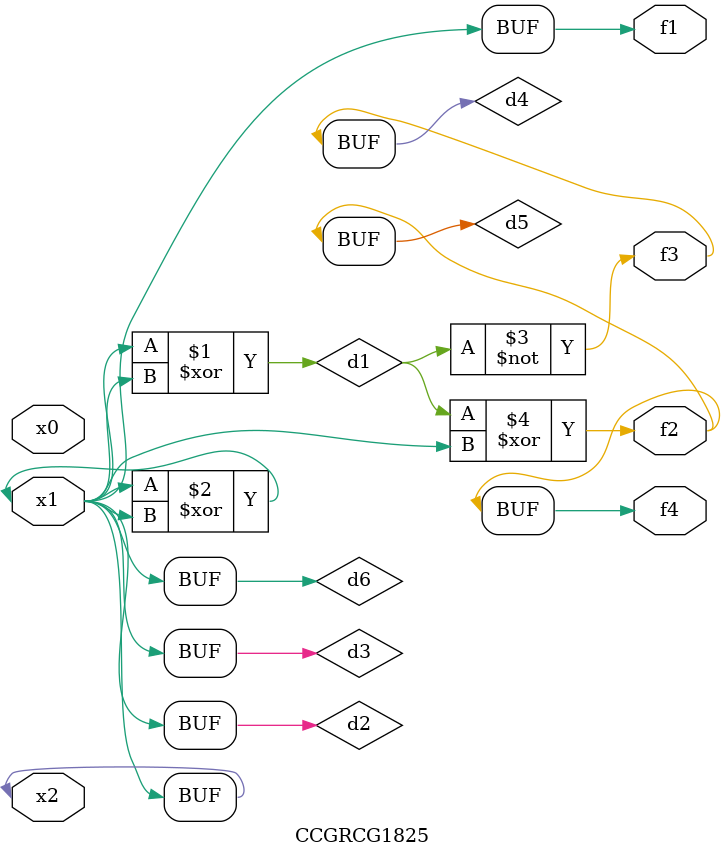
<source format=v>
module CCGRCG1825(
	input x0, x1, x2,
	output f1, f2, f3, f4
);

	wire d1, d2, d3, d4, d5, d6;

	xor (d1, x1, x2);
	buf (d2, x1, x2);
	xor (d3, x1, x2);
	nor (d4, d1);
	xor (d5, d1, d2);
	buf (d6, d2, d3);
	assign f1 = d6;
	assign f2 = d5;
	assign f3 = d4;
	assign f4 = d5;
endmodule

</source>
